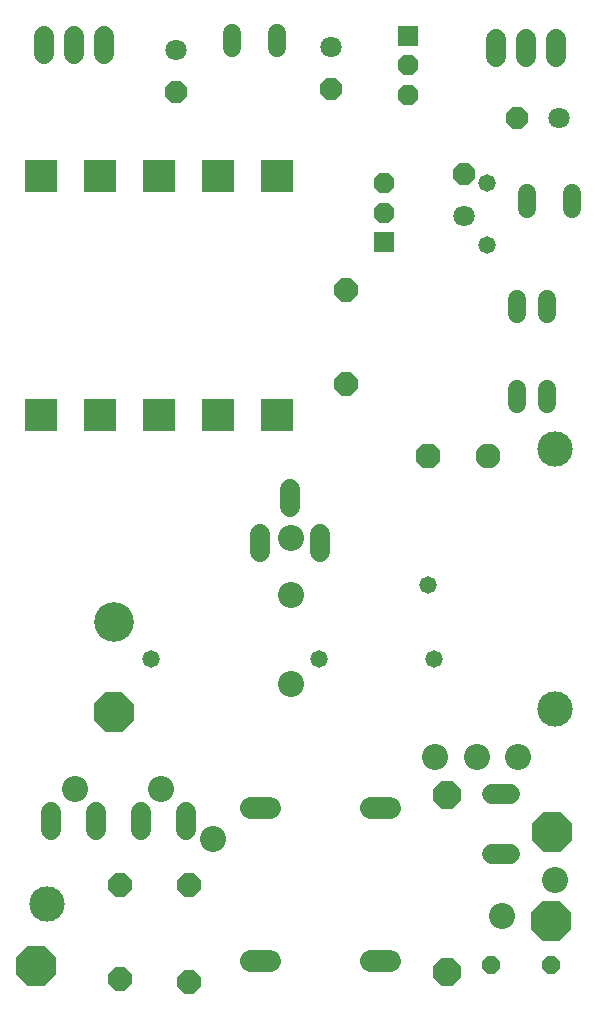
<source format=gbr>
G04 EAGLE Gerber X2 export*
%TF.Part,Single*%
%TF.FileFunction,Soldermask,Top,1*%
%TF.FilePolarity,Negative*%
%TF.GenerationSoftware,Autodesk,EAGLE,9.0.0*%
%TF.CreationDate,2019-06-10T11:01:14Z*%
G75*
%MOMM*%
%FSLAX34Y34*%
%LPD*%
%AMOC8*
5,1,8,0,0,1.08239X$1,22.5*%
G01*
%ADD10C,2.203200*%
%ADD11P,2.556822X8X292.500000*%
%ADD12P,2.144431X8X292.500000*%
%ADD13C,1.727200*%
%ADD14C,1.879600*%
%ADD15P,3.656530X8X202.500000*%
%ADD16P,1.649562X8X202.500000*%
%ADD17P,3.629037X8X292.500000*%
%ADD18C,3.352800*%
%ADD19C,1.524000*%
%ADD20C,2.108200*%
%ADD21P,2.281895X8X202.500000*%
%ADD22P,1.951982X8X292.500000*%
%ADD23C,1.803400*%
%ADD24C,3.003200*%
%ADD25P,2.144431X8X112.500000*%
%ADD26P,1.951982X8X202.500000*%
%ADD27P,1.951982X8X112.500000*%
%ADD28R,2.743200X2.743200*%
%ADD29R,1.727200X1.727200*%
%ADD30P,1.869504X8X22.500000*%
%ADD31P,1.869504X8X202.500000*%
%ADD32C,1.473200*%


D10*
X470000Y105000D03*
X425000Y75000D03*
X180000Y140000D03*
X63000Y182000D03*
X136000Y182000D03*
X246000Y395000D03*
X246000Y346500D03*
X246000Y271500D03*
X368500Y209000D03*
X403500Y209000D03*
X438500Y209000D03*
D11*
X378200Y177430D03*
X378200Y27570D03*
D12*
X101400Y100588D03*
X101400Y21212D03*
D13*
X416480Y126800D02*
X431720Y126800D01*
X431720Y177600D02*
X416480Y177600D01*
D14*
X330282Y166170D02*
X313518Y166170D01*
X228682Y166170D02*
X211918Y166170D01*
X211918Y36630D02*
X228682Y36630D01*
X313518Y36630D02*
X330282Y36630D01*
D15*
X467500Y145600D03*
X466000Y70600D03*
X30100Y32100D03*
D16*
X466700Y32900D03*
X415900Y32900D03*
D17*
X96100Y247500D03*
D18*
X96100Y323700D03*
D19*
X463000Y584196D02*
X463000Y597404D01*
X437600Y597404D02*
X437600Y584196D01*
X437600Y521204D02*
X437600Y507996D01*
X463000Y507996D02*
X463000Y521204D01*
D20*
X413200Y464400D03*
D21*
X362400Y464400D03*
D13*
X37000Y804080D02*
X37000Y819320D01*
X62400Y819320D02*
X62400Y804080D01*
X87800Y804080D02*
X87800Y819320D01*
D22*
X148500Y772520D03*
D23*
X148500Y808080D03*
D19*
X195950Y809196D02*
X195950Y822404D01*
X234050Y822404D02*
X234050Y809196D01*
D13*
X157150Y162620D02*
X157150Y147380D01*
X119050Y147380D02*
X119050Y162620D01*
X80950Y162620D02*
X80950Y147380D01*
X42850Y147380D02*
X42850Y162620D01*
D24*
X40000Y85000D03*
X470000Y470000D03*
X470000Y250000D03*
D13*
X270400Y382780D02*
X270400Y398020D01*
X245000Y420880D02*
X245000Y436120D01*
X219600Y398020D02*
X219600Y382780D01*
D25*
X160000Y18725D03*
X160000Y101275D03*
D13*
X419600Y801980D02*
X419600Y817220D01*
X445000Y817220D02*
X445000Y801980D01*
X470400Y801980D02*
X470400Y817220D01*
D22*
X280000Y774720D03*
D23*
X280000Y810280D03*
D26*
X437220Y750000D03*
D23*
X472780Y750000D03*
D19*
X484050Y686604D02*
X484050Y673396D01*
X445950Y673396D02*
X445950Y686604D01*
D27*
X392500Y702780D03*
D23*
X392500Y667220D03*
D12*
X292500Y604688D03*
X292500Y525312D03*
D28*
X34200Y498500D03*
X84200Y498500D03*
X134200Y498500D03*
X184200Y498500D03*
X234200Y498500D03*
X34200Y701000D03*
X84200Y701000D03*
X134200Y701000D03*
X184200Y701000D03*
X234200Y701000D03*
D29*
X345000Y820000D03*
D30*
X345000Y795000D03*
X345000Y770000D03*
D29*
X325000Y645000D03*
D31*
X325000Y670000D03*
X325000Y695000D03*
D32*
X270000Y292500D03*
X127500Y292500D03*
X367500Y292500D03*
X362500Y355000D03*
X412500Y642500D03*
X412500Y695000D03*
M02*

</source>
